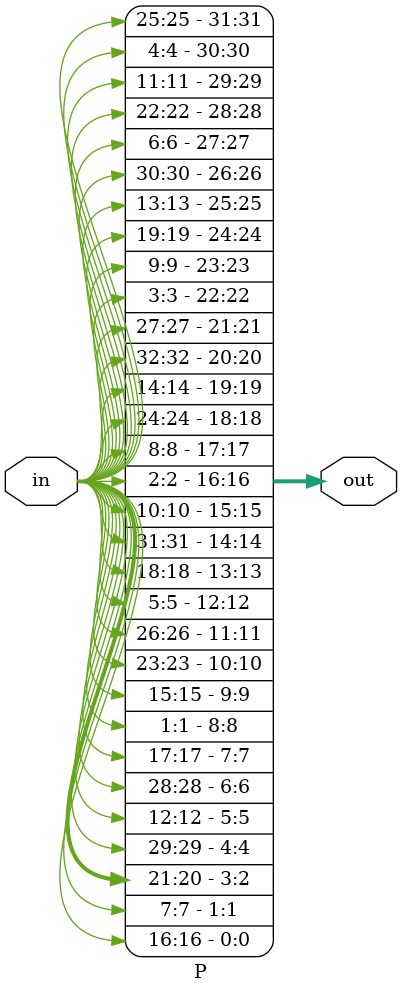
<source format=v>
module P(input [32:1] in, output [32:1] out);
  assign out[1] = in[16];
  assign out[2] = in[7];
  assign out[3] = in[20];
  assign out[4] = in[21];
  assign out[5] = in[29];
  assign out[6] = in[12];
  assign out[7] = in[28];
  assign out[8] = in[17];
  assign out[9] = in[1];
  assign out[10] = in[15];
  assign out[11] = in[23];
  assign out[12] = in[26];
  assign out[13] = in[5];
  assign out[14] = in[18];
  assign out[15] = in[31];
  assign out[16] = in[10];
  assign out[17] = in[2];
  assign out[18] = in[8];
  assign out[19] = in[24];
  assign out[20] = in[14];
  assign out[21] = in[32];
  assign out[22] = in[27];
  assign out[23] = in[3];
  assign out[24] = in[9];
  assign out[25] = in[19];
  assign out[26] = in[13];
  assign out[27] = in[30];
  assign out[28] = in[6];
  assign out[29] = in[22];
  assign out[30] = in[11];
  assign out[31] = in[4];
  assign out[32] = in[25];
endmodule

</source>
